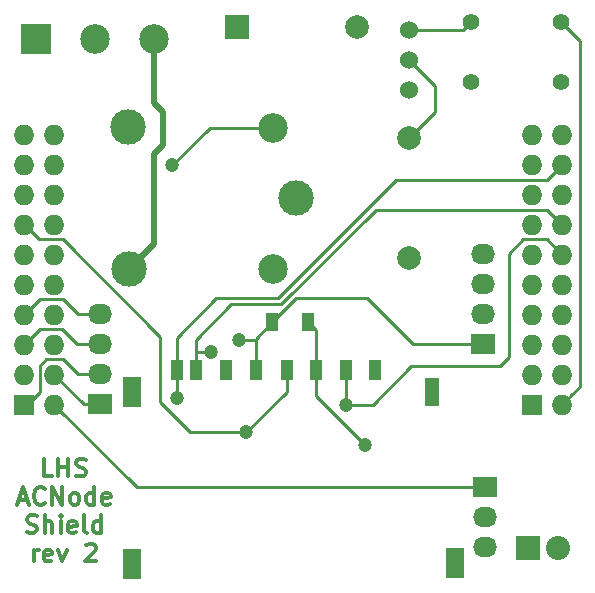
<source format=gbr>
G04 #@! TF.FileFunction,Copper,L1,Top,Signal*
%FSLAX46Y46*%
G04 Gerber Fmt 4.6, Leading zero omitted, Abs format (unit mm)*
G04 Created by KiCad (PCBNEW 4.0.2-stable) date Friday, 04 November 2016 19:45:46*
%MOMM*%
G01*
G04 APERTURE LIST*
%ADD10C,1.000000*%
%ADD11C,0.300000*%
%ADD12C,2.500000*%
%ADD13C,3.000000*%
%ADD14R,1.000000X1.600000*%
%ADD15C,1.998980*%
%ADD16R,1.998980X1.998980*%
%ADD17R,2.032000X1.727200*%
%ADD18O,2.032000X1.727200*%
%ADD19R,1.727200X1.727200*%
%ADD20O,1.727200X1.727200*%
%ADD21C,1.524000*%
%ADD22C,1.397000*%
%ADD23R,2.032000X2.032000*%
%ADD24O,2.032000X2.032000*%
%ADD25R,2.500000X2.500000*%
%ADD26R,1.000000X1.700000*%
%ADD27R,1.600000X2.600000*%
%ADD28R,1.300000X2.400000*%
%ADD29C,1.200000*%
%ADD30C,0.250000*%
%ADD31C,0.500000*%
G04 APERTURE END LIST*
D10*
D11*
X16364286Y-53078571D02*
X15650000Y-53078571D01*
X15650000Y-51578571D01*
X16864286Y-53078571D02*
X16864286Y-51578571D01*
X16864286Y-52292857D02*
X17721429Y-52292857D01*
X17721429Y-53078571D02*
X17721429Y-51578571D01*
X18364286Y-53007143D02*
X18578572Y-53078571D01*
X18935715Y-53078571D01*
X19078572Y-53007143D01*
X19150001Y-52935714D01*
X19221429Y-52792857D01*
X19221429Y-52650000D01*
X19150001Y-52507143D01*
X19078572Y-52435714D01*
X18935715Y-52364286D01*
X18650001Y-52292857D01*
X18507143Y-52221429D01*
X18435715Y-52150000D01*
X18364286Y-52007143D01*
X18364286Y-51864286D01*
X18435715Y-51721429D01*
X18507143Y-51650000D01*
X18650001Y-51578571D01*
X19007143Y-51578571D01*
X19221429Y-51650000D01*
X13507143Y-55050000D02*
X14221429Y-55050000D01*
X13364286Y-55478571D02*
X13864286Y-53978571D01*
X14364286Y-55478571D01*
X15721429Y-55335714D02*
X15650000Y-55407143D01*
X15435714Y-55478571D01*
X15292857Y-55478571D01*
X15078572Y-55407143D01*
X14935714Y-55264286D01*
X14864286Y-55121429D01*
X14792857Y-54835714D01*
X14792857Y-54621429D01*
X14864286Y-54335714D01*
X14935714Y-54192857D01*
X15078572Y-54050000D01*
X15292857Y-53978571D01*
X15435714Y-53978571D01*
X15650000Y-54050000D01*
X15721429Y-54121429D01*
X16364286Y-55478571D02*
X16364286Y-53978571D01*
X17221429Y-55478571D01*
X17221429Y-53978571D01*
X18150001Y-55478571D02*
X18007143Y-55407143D01*
X17935715Y-55335714D01*
X17864286Y-55192857D01*
X17864286Y-54764286D01*
X17935715Y-54621429D01*
X18007143Y-54550000D01*
X18150001Y-54478571D01*
X18364286Y-54478571D01*
X18507143Y-54550000D01*
X18578572Y-54621429D01*
X18650001Y-54764286D01*
X18650001Y-55192857D01*
X18578572Y-55335714D01*
X18507143Y-55407143D01*
X18364286Y-55478571D01*
X18150001Y-55478571D01*
X19935715Y-55478571D02*
X19935715Y-53978571D01*
X19935715Y-55407143D02*
X19792858Y-55478571D01*
X19507144Y-55478571D01*
X19364286Y-55407143D01*
X19292858Y-55335714D01*
X19221429Y-55192857D01*
X19221429Y-54764286D01*
X19292858Y-54621429D01*
X19364286Y-54550000D01*
X19507144Y-54478571D01*
X19792858Y-54478571D01*
X19935715Y-54550000D01*
X21221429Y-55407143D02*
X21078572Y-55478571D01*
X20792858Y-55478571D01*
X20650001Y-55407143D01*
X20578572Y-55264286D01*
X20578572Y-54692857D01*
X20650001Y-54550000D01*
X20792858Y-54478571D01*
X21078572Y-54478571D01*
X21221429Y-54550000D01*
X21292858Y-54692857D01*
X21292858Y-54835714D01*
X20578572Y-54978571D01*
X14221429Y-57807143D02*
X14435715Y-57878571D01*
X14792858Y-57878571D01*
X14935715Y-57807143D01*
X15007144Y-57735714D01*
X15078572Y-57592857D01*
X15078572Y-57450000D01*
X15007144Y-57307143D01*
X14935715Y-57235714D01*
X14792858Y-57164286D01*
X14507144Y-57092857D01*
X14364286Y-57021429D01*
X14292858Y-56950000D01*
X14221429Y-56807143D01*
X14221429Y-56664286D01*
X14292858Y-56521429D01*
X14364286Y-56450000D01*
X14507144Y-56378571D01*
X14864286Y-56378571D01*
X15078572Y-56450000D01*
X15721429Y-57878571D02*
X15721429Y-56378571D01*
X16364286Y-57878571D02*
X16364286Y-57092857D01*
X16292857Y-56950000D01*
X16150000Y-56878571D01*
X15935715Y-56878571D01*
X15792857Y-56950000D01*
X15721429Y-57021429D01*
X17078572Y-57878571D02*
X17078572Y-56878571D01*
X17078572Y-56378571D02*
X17007143Y-56450000D01*
X17078572Y-56521429D01*
X17150000Y-56450000D01*
X17078572Y-56378571D01*
X17078572Y-56521429D01*
X18364286Y-57807143D02*
X18221429Y-57878571D01*
X17935715Y-57878571D01*
X17792858Y-57807143D01*
X17721429Y-57664286D01*
X17721429Y-57092857D01*
X17792858Y-56950000D01*
X17935715Y-56878571D01*
X18221429Y-56878571D01*
X18364286Y-56950000D01*
X18435715Y-57092857D01*
X18435715Y-57235714D01*
X17721429Y-57378571D01*
X19292858Y-57878571D02*
X19150000Y-57807143D01*
X19078572Y-57664286D01*
X19078572Y-56378571D01*
X20507143Y-57878571D02*
X20507143Y-56378571D01*
X20507143Y-57807143D02*
X20364286Y-57878571D01*
X20078572Y-57878571D01*
X19935714Y-57807143D01*
X19864286Y-57735714D01*
X19792857Y-57592857D01*
X19792857Y-57164286D01*
X19864286Y-57021429D01*
X19935714Y-56950000D01*
X20078572Y-56878571D01*
X20364286Y-56878571D01*
X20507143Y-56950000D01*
X14792858Y-60278571D02*
X14792858Y-59278571D01*
X14792858Y-59564286D02*
X14864286Y-59421429D01*
X14935715Y-59350000D01*
X15078572Y-59278571D01*
X15221429Y-59278571D01*
X16292857Y-60207143D02*
X16150000Y-60278571D01*
X15864286Y-60278571D01*
X15721429Y-60207143D01*
X15650000Y-60064286D01*
X15650000Y-59492857D01*
X15721429Y-59350000D01*
X15864286Y-59278571D01*
X16150000Y-59278571D01*
X16292857Y-59350000D01*
X16364286Y-59492857D01*
X16364286Y-59635714D01*
X15650000Y-59778571D01*
X16864286Y-59278571D02*
X17221429Y-60278571D01*
X17578571Y-59278571D01*
X19221428Y-58921429D02*
X19292857Y-58850000D01*
X19435714Y-58778571D01*
X19792857Y-58778571D01*
X19935714Y-58850000D01*
X20007143Y-58921429D01*
X20078571Y-59064286D01*
X20078571Y-59207143D01*
X20007143Y-59421429D01*
X19150000Y-60278571D01*
X20078571Y-60278571D01*
D12*
X35050000Y-35550000D03*
D13*
X22850000Y-35550000D03*
X22800000Y-23500000D03*
D12*
X35050000Y-23550000D03*
D13*
X37000000Y-29500000D03*
D14*
X35000000Y-40000000D03*
X38000000Y-40000000D03*
D15*
X42160000Y-15002540D03*
D16*
X32000000Y-15002540D03*
D17*
X20400000Y-46980000D03*
D18*
X20400000Y-44440000D03*
X20400000Y-41900000D03*
X20400000Y-39360000D03*
D17*
X52800000Y-41880000D03*
D18*
X52800000Y-39340000D03*
X52800000Y-36800000D03*
X52800000Y-34260000D03*
D19*
X14000000Y-47000000D03*
D20*
X16540000Y-47000000D03*
X14000000Y-44460000D03*
X16540000Y-44460000D03*
X14000000Y-41920000D03*
X16540000Y-41920000D03*
X14000000Y-39380000D03*
X16540000Y-39380000D03*
X14000000Y-36840000D03*
X16540000Y-36840000D03*
X14000000Y-34300000D03*
X16540000Y-34300000D03*
X14000000Y-31760000D03*
X16540000Y-31760000D03*
X14000000Y-29220000D03*
X16540000Y-29220000D03*
X14000000Y-26680000D03*
X16540000Y-26680000D03*
X14000000Y-24140000D03*
X16540000Y-24140000D03*
D19*
X57000000Y-47000000D03*
D20*
X59540000Y-47000000D03*
X57000000Y-44460000D03*
X59540000Y-44460000D03*
X57000000Y-41920000D03*
X59540000Y-41920000D03*
X57000000Y-39380000D03*
X59540000Y-39380000D03*
X57000000Y-36840000D03*
X59540000Y-36840000D03*
X57000000Y-34300000D03*
X59540000Y-34300000D03*
X57000000Y-31760000D03*
X59540000Y-31760000D03*
X57000000Y-29220000D03*
X59540000Y-29220000D03*
X57000000Y-26680000D03*
X59540000Y-26680000D03*
X57000000Y-24140000D03*
X59540000Y-24140000D03*
D17*
X53000000Y-54000000D03*
D18*
X53000000Y-56540000D03*
X53000000Y-59080000D03*
D21*
X46600000Y-17800000D03*
X46600000Y-20340000D03*
X46600000Y-15260000D03*
D15*
X46600000Y-24400000D03*
X46600000Y-34560000D03*
D22*
X59420000Y-19700000D03*
X59420000Y-14620000D03*
X51800000Y-19700000D03*
X51800000Y-14620000D03*
D23*
X56600000Y-59100000D03*
D24*
X59140000Y-59100000D03*
D12*
X25000000Y-16000000D03*
D25*
X15000000Y-16000000D03*
D12*
X20000000Y-16000000D03*
D26*
X26900000Y-44100000D03*
X28500000Y-44100000D03*
X31100000Y-44100000D03*
X33600000Y-44100000D03*
X36200000Y-44100000D03*
X38700000Y-44100000D03*
X41200000Y-44100000D03*
X43700000Y-44100000D03*
D27*
X23100000Y-45900000D03*
X23150000Y-60450000D03*
X50500000Y-60400000D03*
D28*
X48500000Y-45950000D03*
D29*
X32200000Y-41500000D03*
X42800000Y-50400000D03*
X26500000Y-26750000D03*
X41200000Y-47000000D03*
X32800000Y-49300000D03*
X29800000Y-42500000D03*
X26900000Y-46400000D03*
D30*
X32200000Y-41500000D02*
X33600000Y-41500000D01*
X52800000Y-41880000D02*
X46880000Y-41880000D01*
X37000000Y-38000000D02*
X35000000Y-40000000D01*
X43000000Y-38000000D02*
X37000000Y-38000000D01*
X46880000Y-41880000D02*
X43000000Y-38000000D01*
X33600000Y-44100000D02*
X33600000Y-41500000D01*
X33600000Y-41500000D02*
X33600000Y-41400000D01*
X33600000Y-41400000D02*
X35000000Y-40000000D01*
X33600000Y-44400000D02*
X33600000Y-44100000D01*
X20400000Y-44440000D02*
X18579130Y-44440000D01*
X18579130Y-44440000D02*
X17310529Y-43171399D01*
X17310529Y-43171399D02*
X15869471Y-43171399D01*
X15869471Y-43171399D02*
X15288601Y-43752269D01*
X15288601Y-43752269D02*
X15288601Y-45924999D01*
X15288601Y-45924999D02*
X14213600Y-47000000D01*
X14213600Y-47000000D02*
X14000000Y-47000000D01*
X38700000Y-44100000D02*
X38700000Y-46300000D01*
X38700000Y-46300000D02*
X42800000Y-50400000D01*
X38650000Y-44100000D02*
X38700000Y-44100000D01*
X38700000Y-44100000D02*
X38700000Y-40700000D01*
X38700000Y-40700000D02*
X38000000Y-40000000D01*
X59420000Y-14620000D02*
X61028601Y-16228601D01*
X61028601Y-16228601D02*
X61028601Y-45511399D01*
X61028601Y-45511399D02*
X60403599Y-46136401D01*
X60403599Y-46136401D02*
X59540000Y-47000000D01*
X46600000Y-15260000D02*
X51160000Y-15260000D01*
X51160000Y-15260000D02*
X51800000Y-14620000D01*
X59140000Y-47400000D02*
X59540000Y-47000000D01*
X20400000Y-46980000D02*
X19060000Y-46980000D01*
X19060000Y-46980000D02*
X16540000Y-44460000D01*
X29700000Y-23550000D02*
X35050000Y-23550000D01*
X26500000Y-26750000D02*
X29700000Y-23550000D01*
X53000000Y-54000000D02*
X23540000Y-54000000D01*
X23540000Y-54000000D02*
X16540000Y-47000000D01*
X41200000Y-47000000D02*
X43500000Y-47000000D01*
X58250000Y-33000000D02*
X59540000Y-34290000D01*
X54250000Y-43750000D02*
X46750000Y-43750000D01*
X55000000Y-43000000D02*
X54250000Y-43750000D01*
X55000000Y-34250000D02*
X55000000Y-43000000D01*
X56250000Y-33000000D02*
X55000000Y-34250000D01*
X58250000Y-33000000D02*
X56250000Y-33000000D01*
X43500000Y-47000000D02*
X46750000Y-43750000D01*
X41200000Y-47000000D02*
X41200000Y-45500000D01*
X41200000Y-45500000D02*
X41200000Y-44100000D01*
X59540000Y-34300000D02*
X59540000Y-34290000D01*
X41200000Y-44300000D02*
X41200000Y-44100000D01*
X32800000Y-49300000D02*
X28050000Y-49300000D01*
X25500000Y-41250000D02*
X25500000Y-46750000D01*
X17250000Y-33000000D02*
X25500000Y-41250000D01*
X15250000Y-33000000D02*
X17250000Y-33000000D01*
X15250000Y-33000000D02*
X14010000Y-31760000D01*
X28050000Y-49300000D02*
X25500000Y-46750000D01*
X36200000Y-45900000D02*
X36200000Y-44100000D01*
X32800000Y-49300000D02*
X36200000Y-45900000D01*
X14000000Y-31760000D02*
X14010000Y-31760000D01*
X36150000Y-44100000D02*
X36200000Y-44100000D01*
X28500000Y-42500000D02*
X29800000Y-42500000D01*
X59540000Y-31760000D02*
X59510000Y-31760000D01*
X59510000Y-31760000D02*
X58250000Y-30500000D01*
X58250000Y-30500000D02*
X43750000Y-30500000D01*
X43750000Y-30500000D02*
X35750000Y-38500000D01*
X35750000Y-38500000D02*
X31500000Y-38500000D01*
X31500000Y-38500000D02*
X28500000Y-41500000D01*
X28500000Y-41500000D02*
X28500000Y-42500000D01*
X28500000Y-42500000D02*
X28500000Y-44100000D01*
X26900000Y-46400000D02*
X26900000Y-44100000D01*
X59540000Y-26680000D02*
X59540000Y-26710000D01*
X59540000Y-26710000D02*
X58250000Y-28000000D01*
X26900000Y-41350000D02*
X26900000Y-44100000D01*
X30250000Y-38000000D02*
X26900000Y-41350000D01*
X35500000Y-38000000D02*
X30250000Y-38000000D01*
X45500000Y-28000000D02*
X35500000Y-38000000D01*
X58250000Y-28000000D02*
X45500000Y-28000000D01*
X20400000Y-41900000D02*
X18479130Y-41900000D01*
X18479130Y-41900000D02*
X17210529Y-40631399D01*
X17210529Y-40631399D02*
X15288601Y-40631399D01*
X15288601Y-40631399D02*
X14863599Y-41056401D01*
X14863599Y-41056401D02*
X14000000Y-41920000D01*
X20400000Y-39360000D02*
X18579130Y-39360000D01*
X18579130Y-39360000D02*
X17310529Y-38091399D01*
X17310529Y-38091399D02*
X15288601Y-38091399D01*
X15288601Y-38091399D02*
X14863599Y-38516401D01*
X14863599Y-38516401D02*
X14000000Y-39380000D01*
D31*
X25000000Y-16000000D02*
X25000000Y-21500000D01*
X25000000Y-33400000D02*
X22850000Y-35550000D01*
X25000000Y-25750000D02*
X25000000Y-33400000D01*
X25750000Y-25000000D02*
X25000000Y-25750000D01*
X25750000Y-22250000D02*
X25750000Y-25000000D01*
X25000000Y-21500000D02*
X25750000Y-22250000D01*
D30*
X56960000Y-39340000D02*
X57000000Y-39380000D01*
X56960000Y-36800000D02*
X57000000Y-36840000D01*
X56960000Y-34260000D02*
X57000000Y-34300000D01*
X56440000Y-34860000D02*
X57000000Y-34300000D01*
X46600000Y-24400000D02*
X48787001Y-22212999D01*
X48787001Y-22212999D02*
X48787001Y-19987001D01*
X48787001Y-19987001D02*
X47361999Y-18561999D01*
X47361999Y-18561999D02*
X46600000Y-17800000D01*
M02*

</source>
